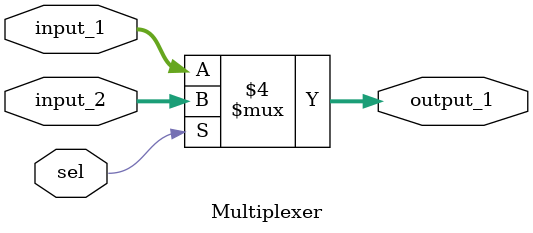
<source format=v>
`timescale 1ns / 1ps
module Multiplexer
(
   input [7:0] input_1,
   input [7:0] input_2,
   input sel,
   output reg[7:0] output_1
);

	always@(*) begin
	
		if (sel == 0)
			output_1 = input_1;
		
		else
			output_1 = input_2;
	end

endmodule

</source>
